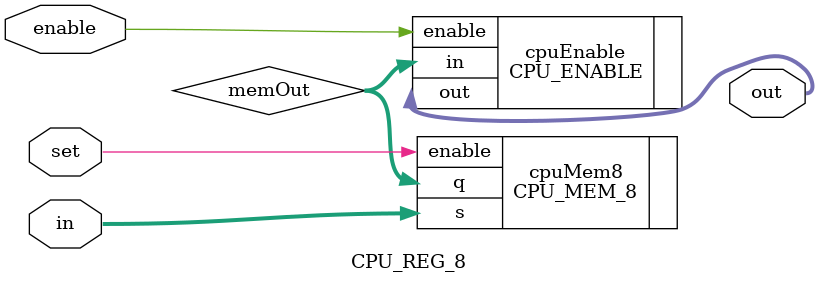
<source format=v>
module CPU_REG_8(
    input wire [7:0] in,
    input wire set,
    input wire enable,
    output wire [7:0] out);

    wire [7:0] memOut;
    
    CPU_MEM_8 cpuMem8(.s(in),.enable(set),.q(memOut));
    CPU_ENABLE cpuEnable(.in(memOut),.enable(enable),.out(out));

endmodule

</source>
